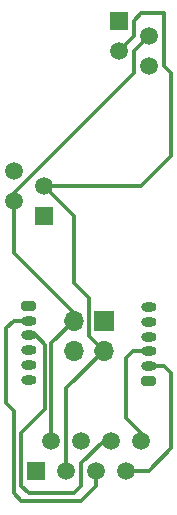
<source format=gbl>
G04 #@! TF.GenerationSoftware,KiCad,Pcbnew,(5.1.10)-1*
G04 #@! TF.CreationDate,2021-10-24T19:52:58-07:00*
G04 #@! TF.ProjectId,project,70726f6a-6563-4742-9e6b-696361645f70,rev?*
G04 #@! TF.SameCoordinates,Original*
G04 #@! TF.FileFunction,Copper,L2,Bot*
G04 #@! TF.FilePolarity,Positive*
%FSLAX46Y46*%
G04 Gerber Fmt 4.6, Leading zero omitted, Abs format (unit mm)*
G04 Created by KiCad (PCBNEW (5.1.10)-1) date 2021-10-24 19:52:58*
%MOMM*%
%LPD*%
G01*
G04 APERTURE LIST*
G04 #@! TA.AperFunction,ComponentPad*
%ADD10R,1.500000X1.500000*%
G04 #@! TD*
G04 #@! TA.AperFunction,ComponentPad*
%ADD11C,1.500000*%
G04 #@! TD*
G04 #@! TA.AperFunction,ComponentPad*
%ADD12R,1.700000X1.700000*%
G04 #@! TD*
G04 #@! TA.AperFunction,ComponentPad*
%ADD13O,1.700000X1.700000*%
G04 #@! TD*
G04 #@! TA.AperFunction,ComponentPad*
%ADD14O,1.300000X0.800000*%
G04 #@! TD*
G04 #@! TA.AperFunction,ComponentPad*
%ADD15C,1.520000*%
G04 #@! TD*
G04 #@! TA.AperFunction,ComponentPad*
%ADD16R,1.520000X1.520000*%
G04 #@! TD*
G04 #@! TA.AperFunction,Conductor*
%ADD17C,0.304800*%
G04 #@! TD*
G04 APERTURE END LIST*
D10*
X117475000Y-147320000D03*
D11*
X118745000Y-144780000D03*
X120015000Y-147320000D03*
X121285000Y-144780000D03*
X122555000Y-147320000D03*
X123825000Y-144780000D03*
X125095000Y-147320000D03*
X126365000Y-144780000D03*
D12*
X123190000Y-134620000D03*
D13*
X120650000Y-134620000D03*
X123190000Y-137160000D03*
X120650000Y-137160000D03*
G04 #@! TA.AperFunction,ComponentPad*
G36*
G01*
X116390000Y-132950000D02*
X117290000Y-132950000D01*
G75*
G02*
X117490000Y-133150000I0J-200000D01*
G01*
X117490000Y-133550000D01*
G75*
G02*
X117290000Y-133750000I-200000J0D01*
G01*
X116390000Y-133750000D01*
G75*
G02*
X116190000Y-133550000I0J200000D01*
G01*
X116190000Y-133150000D01*
G75*
G02*
X116390000Y-132950000I200000J0D01*
G01*
G37*
G04 #@! TD.AperFunction*
D14*
X116840000Y-134600000D03*
X116840000Y-135850000D03*
X116840000Y-137100000D03*
X116840000Y-138350000D03*
X116840000Y-139600000D03*
X127000000Y-133450000D03*
X127000000Y-134700000D03*
X127000000Y-135950000D03*
X127000000Y-137200000D03*
X127000000Y-138450000D03*
G04 #@! TA.AperFunction,ComponentPad*
G36*
G01*
X127450000Y-140100000D02*
X126550000Y-140100000D01*
G75*
G02*
X126350000Y-139900000I0J200000D01*
G01*
X126350000Y-139500000D01*
G75*
G02*
X126550000Y-139300000I200000J0D01*
G01*
X127450000Y-139300000D01*
G75*
G02*
X127650000Y-139500000I0J-200000D01*
G01*
X127650000Y-139900000D01*
G75*
G02*
X127450000Y-140100000I-200000J0D01*
G01*
G37*
G04 #@! TD.AperFunction*
D15*
X127000000Y-113030000D03*
X124460000Y-111760000D03*
X127000000Y-110490000D03*
D16*
X124460000Y-109220000D03*
X118110000Y-125730000D03*
D15*
X115570000Y-124460000D03*
X118110000Y-123190000D03*
X115570000Y-121920000D03*
D17*
X118745000Y-144780000D02*
X118745000Y-136525000D01*
X118745000Y-136525000D02*
X120650000Y-134620000D01*
X120650000Y-134620000D02*
X120650000Y-133985000D01*
X115570000Y-128905000D02*
X115570000Y-124460000D01*
X120650000Y-133985000D02*
X115570000Y-128905000D01*
X115570000Y-124460000D02*
X115570000Y-123825000D01*
X125730000Y-111760000D02*
X127000000Y-110490000D01*
X125730000Y-113665000D02*
X125730000Y-111760000D01*
X115570000Y-123825000D02*
X125730000Y-113665000D01*
X120015000Y-147320000D02*
X120015000Y-140335000D01*
X120015000Y-140335000D02*
X123190000Y-137160000D01*
X123190000Y-137160000D02*
X121920000Y-135890000D01*
X120650000Y-125730000D02*
X118110000Y-123190000D01*
X120650000Y-131445000D02*
X120650000Y-125730000D01*
X121920000Y-132715000D02*
X120650000Y-131445000D01*
X121920000Y-135890000D02*
X121920000Y-132715000D01*
X124460000Y-111760000D02*
X125730000Y-110490000D01*
X126365000Y-123190000D02*
X118110000Y-123190000D01*
X128905000Y-120650000D02*
X126365000Y-123190000D01*
X128905000Y-113665000D02*
X128905000Y-120650000D01*
X128270000Y-113030000D02*
X128905000Y-113665000D01*
X128270000Y-108585000D02*
X128270000Y-113030000D01*
X126365000Y-108585000D02*
X128270000Y-108585000D01*
X125730000Y-109220000D02*
X126365000Y-108585000D01*
X125730000Y-110490000D02*
X125730000Y-109220000D01*
X122555000Y-147320000D02*
X122555000Y-148590000D01*
X115590000Y-134600000D02*
X116840000Y-134600000D01*
X114935000Y-135255000D02*
X115590000Y-134600000D01*
X114935000Y-141605000D02*
X114935000Y-135255000D01*
X115570000Y-142240000D02*
X114935000Y-141605000D01*
X115570000Y-149225000D02*
X115570000Y-142240000D01*
X116205000Y-149860000D02*
X115570000Y-149225000D01*
X121285000Y-149860000D02*
X116205000Y-149860000D01*
X122555000Y-148590000D02*
X121285000Y-149860000D01*
X123825000Y-144780000D02*
X123190000Y-144780000D01*
X117435000Y-135850000D02*
X116840000Y-135850000D01*
X118240198Y-136655198D02*
X117435000Y-135850000D01*
X118240198Y-142109802D02*
X118240198Y-136655198D01*
X116205000Y-144145000D02*
X118240198Y-142109802D01*
X116205000Y-148590000D02*
X116205000Y-144145000D01*
X116840000Y-149225000D02*
X116205000Y-148590000D01*
X120650000Y-149225000D02*
X116840000Y-149225000D01*
X121285000Y-148590000D02*
X120650000Y-149225000D01*
X121285000Y-146685000D02*
X121285000Y-148590000D01*
X123190000Y-144780000D02*
X121285000Y-146685000D01*
X126365000Y-144780000D02*
X126365000Y-144145000D01*
X125690000Y-137200000D02*
X127000000Y-137200000D01*
X125095000Y-137795000D02*
X125690000Y-137200000D01*
X125095000Y-142875000D02*
X125095000Y-137795000D01*
X126365000Y-144145000D02*
X125095000Y-142875000D01*
X125095000Y-147320000D02*
X127000000Y-147320000D01*
X128290000Y-138450000D02*
X127000000Y-138450000D01*
X128905000Y-139065000D02*
X128290000Y-138450000D01*
X128905000Y-145415000D02*
X128905000Y-139065000D01*
X127000000Y-147320000D02*
X128905000Y-145415000D01*
M02*

</source>
